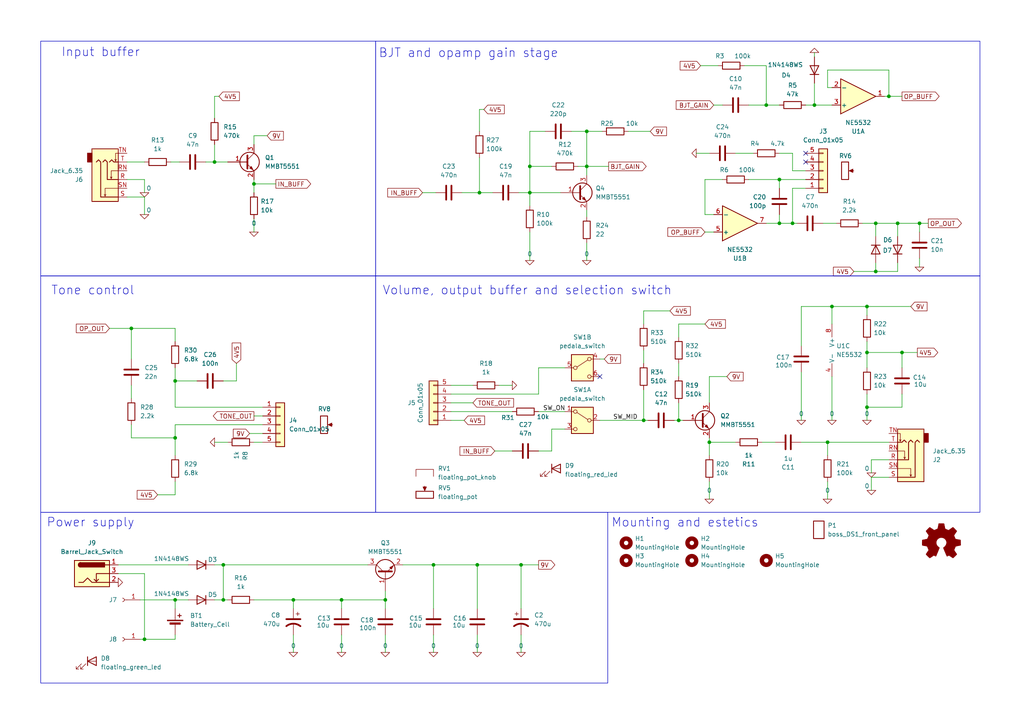
<source format=kicad_sch>
(kicad_sch (version 20250114) (generator "eeschema") (generator_version "9.0")
  (paper "A4")
  (rectangle (start 108.966 11.938) (end 284.226 80.01))
  (rectangle (start 11.811 80.01) (end 108.966 148.59))
  (rectangle (start 108.966 80.01) (end 284.226 148.59))
  (rectangle (start 11.811 11.938) (end 108.966 80.01))
  (rectangle (start 11.811 148.59) (end 176.276 198.12))
  (text "Input buffer" (at 29.21 15.24 0) (effects (font (size 2.54 2.54))))
  (text "Mounting and estetics" (at 177.292 153.162 0) (effects (font (size 2.54 2.54)) (justify left bottom)))
  (text "Tone control" (at 26.924 84.328 0) (effects (font (size 2.54 2.54))))
  (text "BJT and opamp gain stage" (at 135.89 15.494 0) (effects (font (size 2.54 2.54))))
  (text "Volume, output buffer and selection switch" (at 152.908 84.328 0) (effects (font (size 2.54 2.54))))
  (text "Power supply" (at 13.462 151.638 0) (effects (font (size 2.54 2.54)) (justify left)))
  (junction (at 64.77 173.99))
  (junction (at 251.46 102.235))
  (junction (at 257.81 27.94))
  (junction (at 41.91 185.42))
  (junction (at 251.46 88.9))
  (junction (at 99.06 173.99))
  (junction (at 73.66 53.34))
  (junction (at 38.1 95.25))
  (junction (at 260.35 64.77))
  (junction (at 64.77 163.83))
  (junction (at 153.67 48.26))
  (junction (at 205.74 128.27))
  (junction (at 251.46 118.11))
  (junction (at 222.25 30.48))
  (junction (at 111.76 173.99))
  (junction (at 62.23 46.99))
  (junction (at 241.3 88.9))
  (junction (at 85.09 173.99))
  (junction (at 170.18 38.1))
  (junction (at 229.87 64.77))
  (junction (at 153.67 55.88))
  (junction (at 254 64.77))
  (junction (at 186.69 121.92))
  (junction (at 151.13 163.83))
  (junction (at 196.85 121.92))
  (junction (at 236.22 30.48))
  (junction (at 240.03 128.27))
  (junction (at 226.06 64.77))
  (junction (at 50.8 110.49))
  (junction (at 261.62 102.235))
  (junction (at 50.8 173.99))
  (junction (at 266.7 64.77))
  (junction (at 138.43 163.83))
  (junction (at 170.18 48.26))
  (junction (at 125.73 163.83))
  (junction (at 50.8 127))
  (junction (at 139.065 55.88))
  (junction (at 226.06 52.07))
  (junction (at 254 78.74))
  (no_connect (at 173.99 109.22))
  (no_connect (at 233.68 44.45))
  (no_connect (at 233.68 46.99))
  (wire (pts (xy 139.065 38.1) (xy 139.065 31.75)))
  (wire (pts (xy 73.66 39.37) (xy 73.66 41.91)))
  (wire (pts (xy 64.77 163.83) (xy 106.68 163.83)))
  (wire (pts (xy 111.76 171.45) (xy 111.76 173.99)))
  (wire (pts (xy 186.69 121.92) (xy 187.96 121.92)))
  (wire (pts (xy 196.85 116.84) (xy 196.85 121.92)))
  (wire (pts (xy 233.68 54.61) (xy 229.87 54.61)))
  (wire (pts (xy 160.02 124.46) (xy 163.83 124.46)))
  (wire (pts (xy 41.91 57.15) (xy 36.83 57.15)))
  (wire (pts (xy 64.77 110.49) (xy 68.58 110.49)))
  (wire (pts (xy 130.81 111.76) (xy 137.16 111.76)))
  (wire (pts (xy 186.69 93.98) (xy 186.69 90.17)))
  (wire (pts (xy 261.62 102.235) (xy 261.62 106.68)))
  (wire (pts (xy 62.23 34.29) (xy 62.23 27.94)))
  (wire (pts (xy 40.64 173.99) (xy 50.8 173.99)))
  (wire (pts (xy 138.43 184.15) (xy 138.43 189.23)))
  (wire (pts (xy 34.29 166.37) (xy 41.91 166.37)))
  (wire (pts (xy 238.76 64.77) (xy 242.57 64.77)))
  (wire (pts (xy 62.23 41.91) (xy 62.23 46.99)))
  (wire (pts (xy 232.41 128.27) (xy 240.03 128.27)))
  (wire (pts (xy 250.19 64.77) (xy 254 64.77)))
  (wire (pts (xy 143.51 130.81) (xy 148.59 130.81)))
  (wire (pts (xy 57.15 110.49) (xy 50.8 110.49)))
  (wire (pts (xy 170.18 70.485) (xy 170.18 75.565)))
  (wire (pts (xy 251.46 88.9) (xy 241.3 88.9)))
  (wire (pts (xy 266.7 74.93) (xy 266.7 77.47)))
  (wire (pts (xy 240.03 128.27) (xy 240.03 132.08)))
  (wire (pts (xy 196.85 93.98) (xy 204.47 93.98)))
  (wire (pts (xy 156.21 106.68) (xy 156.21 114.3)))
  (wire (pts (xy 213.36 44.45) (xy 218.44 44.45)))
  (wire (pts (xy 133.985 55.88) (xy 139.065 55.88)))
  (wire (pts (xy 232.41 100.33) (xy 232.41 88.9)))
  (wire (pts (xy 260.35 64.77) (xy 260.35 68.58)))
  (wire (pts (xy 254 64.77) (xy 254 68.58)))
  (wire (pts (xy 38.1 111.76) (xy 38.1 115.57)))
  (wire (pts (xy 125.73 184.15) (xy 125.73 189.23)))
  (wire (pts (xy 76.2 123.19) (xy 50.8 123.19)))
  (wire (pts (xy 222.25 19.05) (xy 222.25 30.48)))
  (wire (pts (xy 50.8 139.7) (xy 50.8 143.51)))
  (wire (pts (xy 153.67 48.26) (xy 160.02 48.26)))
  (wire (pts (xy 205.74 109.22) (xy 210.82 109.22)))
  (wire (pts (xy 240.03 128.27) (xy 257.81 128.27)))
  (wire (pts (xy 85.09 184.15) (xy 85.09 189.23)))
  (wire (pts (xy 205.74 109.22) (xy 205.74 116.84)))
  (wire (pts (xy 41.91 52.07) (xy 41.91 55.88)))
  (wire (pts (xy 138.43 163.83) (xy 125.73 163.83)))
  (wire (pts (xy 257.81 27.94) (xy 261.62 27.94)))
  (wire (pts (xy 205.74 128.27) (xy 205.74 127)))
  (wire (pts (xy 156.21 106.68) (xy 163.83 106.68)))
  (wire (pts (xy 256.54 27.94) (xy 257.81 27.94)))
  (wire (pts (xy 196.85 109.22) (xy 196.85 105.41)))
  (wire (pts (xy 173.99 121.92) (xy 186.69 121.92)))
  (wire (pts (xy 170.18 60.96) (xy 170.18 62.865)))
  (wire (pts (xy 204.47 67.31) (xy 207.01 67.31)))
  (wire (pts (xy 251.46 99.06) (xy 251.46 102.235)))
  (wire (pts (xy 226.06 54.61) (xy 226.06 52.07)))
  (wire (pts (xy 49.53 46.99) (xy 52.07 46.99)))
  (wire (pts (xy 241.3 109.22) (xy 241.3 121.92)))
  (wire (pts (xy 85.09 173.99) (xy 99.06 173.99)))
  (wire (pts (xy 167.64 48.26) (xy 170.18 48.26)))
  (wire (pts (xy 205.74 128.27) (xy 213.36 128.27)))
  (wire (pts (xy 153.67 55.88) (xy 162.56 55.88)))
  (wire (pts (xy 261.62 102.235) (xy 266.065 102.235)))
  (wire (pts (xy 240.03 139.7) (xy 240.03 144.78)))
  (wire (pts (xy 165.735 38.1) (xy 170.18 38.1)))
  (wire (pts (xy 153.67 59.69) (xy 153.67 55.88)))
  (wire (pts (xy 196.85 121.92) (xy 198.12 121.92)))
  (wire (pts (xy 257.81 133.35) (xy 252.73 133.35)))
  (wire (pts (xy 195.58 121.92) (xy 196.85 121.92)))
  (wire (pts (xy 232.41 107.95) (xy 232.41 121.92)))
  (wire (pts (xy 36.83 46.99) (xy 41.91 46.99)))
  (wire (pts (xy 99.06 184.15) (xy 99.06 189.23)))
  (wire (pts (xy 226.06 64.77) (xy 229.87 64.77)))
  (wire (pts (xy 41.91 185.42) (xy 50.8 185.42)))
  (wire (pts (xy 76.2 118.11) (xy 50.8 118.11)))
  (wire (pts (xy 99.06 173.99) (xy 99.06 176.53)))
  (wire (pts (xy 50.8 127) (xy 50.8 132.08)))
  (wire (pts (xy 111.76 176.53) (xy 111.76 173.99)))
  (wire (pts (xy 116.84 163.83) (xy 125.73 163.83)))
  (wire (pts (xy 41.91 62.23) (xy 41.91 57.15)))
  (wire (pts (xy 153.67 38.1) (xy 153.67 48.26)))
  (wire (pts (xy 36.83 52.07) (xy 41.91 52.07)))
  (wire (pts (xy 233.68 52.07) (xy 226.06 52.07)))
  (wire (pts (xy 260.35 76.2) (xy 260.35 78.74)))
  (wire (pts (xy 232.41 88.9) (xy 241.3 88.9)))
  (wire (pts (xy 217.17 52.07) (xy 226.06 52.07)))
  (wire (pts (xy 229.87 64.77) (xy 231.14 64.77)))
  (wire (pts (xy 257.81 20.32) (xy 257.81 27.94)))
  (wire (pts (xy 139.065 55.88) (xy 142.875 55.88)))
  (wire (pts (xy 153.67 67.31) (xy 153.67 75.565)))
  (wire (pts (xy 64.77 163.83) (xy 64.77 173.99)))
  (wire (pts (xy 204.47 52.07) (xy 204.47 62.23)))
  (wire (pts (xy 50.8 176.53) (xy 50.8 173.99)))
  (wire (pts (xy 186.69 105.41) (xy 186.69 101.6)))
  (wire (pts (xy 217.17 30.48) (xy 222.25 30.48)))
  (wire (pts (xy 59.69 46.99) (xy 62.23 46.99)))
  (wire (pts (xy 31.75 95.25) (xy 38.1 95.25)))
  (wire (pts (xy 50.8 143.51) (xy 45.72 143.51)))
  (wire (pts (xy 156.21 163.83) (xy 151.13 163.83)))
  (wire (pts (xy 139.065 45.72) (xy 139.065 55.88)))
  (wire (pts (xy 50.8 118.11) (xy 50.8 110.49)))
  (wire (pts (xy 156.21 130.81) (xy 160.02 130.81)))
  (wire (pts (xy 226.06 64.77) (xy 226.06 62.23)))
  (wire (pts (xy 208.28 19.05) (xy 203.2 19.05)))
  (wire (pts (xy 257.81 138.43) (xy 252.73 138.43)))
  (wire (pts (xy 50.8 99.06) (xy 50.8 95.25)))
  (wire (pts (xy 170.18 48.26) (xy 170.18 50.8)))
  (wire (pts (xy 62.23 46.99) (xy 66.04 46.99)))
  (wire (pts (xy 122.555 55.88) (xy 126.365 55.88)))
  (wire (pts (xy 73.66 53.34) (xy 73.66 52.07)))
  (wire (pts (xy 130.81 116.84) (xy 137.16 116.84)))
  (wire (pts (xy 50.8 123.19) (xy 50.8 127)))
  (wire (pts (xy 188.595 38.1) (xy 182.245 38.1)))
  (wire (pts (xy 73.66 120.65) (xy 76.2 120.65)))
  (wire (pts (xy 138.43 163.83) (xy 138.43 176.53)))
  (wire (pts (xy 139.065 31.75) (xy 140.335 31.75)))
  (wire (pts (xy 156.21 119.38) (xy 163.83 119.38)))
  (wire (pts (xy 130.81 121.92) (xy 134.62 121.92)))
  (wire (pts (xy 205.74 128.27) (xy 205.74 132.08)))
  (wire (pts (xy 66.04 128.27) (xy 62.23 128.27)))
  (wire (pts (xy 204.47 62.23) (xy 207.01 62.23)))
  (wire (pts (xy 233.68 30.48) (xy 236.22 30.48)))
  (wire (pts (xy 251.46 118.11) (xy 251.46 121.92)))
  (wire (pts (xy 73.66 53.34) (xy 80.01 53.34)))
  (wire (pts (xy 261.62 118.11) (xy 251.46 118.11)))
  (wire (pts (xy 251.46 91.44) (xy 251.46 88.9)))
  (wire (pts (xy 236.22 24.13) (xy 236.22 30.48)))
  (wire (pts (xy 251.46 114.3) (xy 251.46 118.11)))
  (wire (pts (xy 73.66 39.37) (xy 77.47 39.37)))
  (wire (pts (xy 186.69 90.17) (xy 194.31 90.17)))
  (wire (pts (xy 240.03 20.32) (xy 240.03 25.4)))
  (wire (pts (xy 130.81 119.38) (xy 148.59 119.38)))
  (wire (pts (xy 229.87 44.45) (xy 226.06 44.45)))
  (wire (pts (xy 252.73 133.35) (xy 252.73 137.16)))
  (wire (pts (xy 62.23 163.83) (xy 64.77 163.83)))
  (wire (pts (xy 186.69 113.03) (xy 186.69 121.92)))
  (wire (pts (xy 241.3 93.98) (xy 241.3 88.9)))
  (wire (pts (xy 236.22 16.51) (xy 236.22 15.24)))
  (wire (pts (xy 99.06 173.99) (xy 111.76 173.99)))
  (wire (pts (xy 222.25 64.77) (xy 226.06 64.77)))
  (wire (pts (xy 85.09 173.99) (xy 85.09 176.53)))
  (wire (pts (xy 254 64.77) (xy 260.35 64.77)))
  (wire (pts (xy 174.625 38.1) (xy 170.18 38.1)))
  (wire (pts (xy 254 76.2) (xy 254 78.74)))
  (wire (pts (xy 111.76 184.15) (xy 111.76 189.23)))
  (wire (pts (xy 153.67 48.26) (xy 153.67 55.88)))
  (wire (pts (xy 156.21 114.3) (xy 130.81 114.3)))
  (wire (pts (xy 236.22 30.48) (xy 241.3 30.48)))
  (wire (pts (xy 170.18 48.26) (xy 176.53 48.26)))
  (wire (pts (xy 50.8 110.49) (xy 50.8 106.68)))
  (wire (pts (xy 38.1 123.19) (xy 38.1 127)))
  (wire (pts (xy 62.23 173.99) (xy 64.77 173.99)))
  (wire (pts (xy 240.03 20.32) (xy 257.81 20.32)))
  (wire (pts (xy 153.67 38.1) (xy 158.115 38.1)))
  (wire (pts (xy 224.79 128.27) (xy 220.98 128.27)))
  (wire (pts (xy 68.58 110.49) (xy 68.58 105.41)))
  (wire (pts (xy 222.25 30.48) (xy 226.06 30.48)))
  (wire (pts (xy 205.74 139.7) (xy 205.74 144.78)))
  (wire (pts (xy 73.66 63.5) (xy 73.66 67.31)))
  (wire (pts (xy 229.87 49.53) (xy 233.68 49.53)))
  (wire (pts (xy 34.29 163.83) (xy 54.61 163.83)))
  (wire (pts (xy 241.3 25.4) (xy 240.03 25.4)))
  (wire (pts (xy 205.74 44.45) (xy 201.93 44.45)))
  (wire (pts (xy 151.13 184.15) (xy 151.13 189.23)))
  (wire (pts (xy 151.13 163.83) (xy 138.43 163.83)))
  (wire (pts (xy 50.8 95.25) (xy 38.1 95.25)))
  (wire (pts (xy 73.66 173.99) (xy 85.09 173.99)))
  (wire (pts (xy 252.73 138.43) (xy 252.73 142.24)))
  (wire (pts (xy 229.87 54.61) (xy 229.87 64.77)))
  (wire (pts (xy 266.7 64.77) (xy 269.24 64.77)))
  (wire (pts (xy 50.8 184.15) (xy 50.8 185.42)))
  (wire (pts (xy 247.65 78.74) (xy 254 78.74)))
  (wire (pts (xy 72.39 125.73) (xy 76.2 125.73)))
  (wire (pts (xy 40.64 185.42) (xy 41.91 185.42)))
  (wire (pts (xy 251.46 102.235) (xy 251.46 106.68)))
  (wire (pts (xy 261.62 102.235) (xy 251.46 102.235)))
  (wire (pts (xy 151.13 163.83) (xy 151.13 176.53)))
  (wire (pts (xy 38.1 127) (xy 50.8 127)))
  (wire (pts (xy 264.16 88.9) (xy 251.46 88.9)))
  (wire (pts (xy 125.73 163.83) (xy 125.73 176.53)))
  (wire (pts (xy 204.47 52.07) (xy 209.55 52.07)))
  (wire (pts (xy 41.91 166.37) (xy 41.91 185.42)))
  (wire (pts (xy 229.87 49.53) (xy 229.87 44.45)))
  (wire (pts (xy 76.2 128.27) (xy 73.66 128.27)))
  (wire (pts (xy 160.02 130.81) (xy 160.02 124.46)))
  (wire (pts (xy 144.78 111.76) (xy 148.59 111.76)))
  (wire (pts (xy 170.18 38.1) (xy 170.18 48.26)))
  (wire (pts (xy 207.01 30.48) (xy 209.55 30.48)))
  (wire (pts (xy 50.8 173.99) (xy 54.61 173.99)))
  (wire (pts (xy 62.23 27.94) (xy 63.5 27.94)))
  (wire (pts (xy 175.26 104.14) (xy 173.99 104.14)))
  (wire (pts (xy 266.7 67.31) (xy 266.7 64.77)))
  (wire (pts (xy 196.85 97.79) (xy 196.85 93.98)))
  (wire (pts (xy 38.1 95.25) (xy 38.1 104.14)))
  (wire (pts (xy 261.62 114.3) (xy 261.62 118.11)))
  (wire (pts (xy 254 78.74) (xy 260.35 78.74)))
  (wire (pts (xy 260.35 64.77) (xy 266.7 64.77)))
  (wire (pts (xy 73.66 53.34) (xy 73.66 55.88)))
  (wire (pts (xy 215.9 19.05) (xy 222.25 19.05)))
  (wire (pts (xy 150.495 55.88) (xy 153.67 55.88)))
  (wire (pts (xy 66.04 173.99) (xy 64.77 173.99)))
  (label "SW_MID" (at 177.8 121.92 0))
  (label "SW_ON" (at 157.48 119.38 0))
  (global_label "OP_BUFF" (shape output) (at 261.62 27.94 0) (property "Intersheetrefs" "${INTERSHEET_REFS}" (effects (hide yes))))
  (global_label "9V" (shape input) (at 264.16 88.9 0) (property "Intersheetrefs" "${INTERSHEET_REFS}" (effects (hide yes))))
  (global_label "OP_OUT" (shape input) (at 31.75 95.25 180) (property "Intersheetrefs" "${INTERSHEET_REFS}" (effects (hide yes))))
  (global_label "4V5" (shape input) (at 134.62 121.92 0) (property "Intersheetrefs" "${INTERSHEET_REFS}" (effects (hide yes))))
  (global_label "9V" (shape input) (at 77.47 39.37 0) (property "Intersheetrefs" "${INTERSHEET_REFS}" (effects (hide yes))))
  (global_label "BJT_GAIN" (shape input) (at 207.01 30.48 180) (property "Intersheetrefs" "${INTERSHEET_REFS}" (effects (hide yes))))
  (global_label "4V5" (shape input) (at 204.47 93.98 0) (property "Intersheetrefs" "${INTERSHEET_REFS}" (effects (hide yes))))
  (global_label "TONE_OUT" (shape input) (at 137.16 116.84 0) (property "Intersheetrefs" "${INTERSHEET_REFS}" (effects (hide yes))))
  (global_label "9V" (shape input) (at 72.39 125.73 180) (property "Intersheetrefs" "${INTERSHEET_REFS}" (effects (hide yes))))
  (global_label "IN_BUFF" (shape input) (at 122.555 55.88 180) (property "Intersheetrefs" "${INTERSHEET_REFS}" (effects (hide yes))))
  (global_label "9V" (shape input) (at 210.82 109.22 0) (property "Intersheetrefs" "${INTERSHEET_REFS}" (effects (hide yes))))
  (global_label "IN_BUFF" (shape input) (at 143.51 130.81 180) (property "Intersheetrefs" "${INTERSHEET_REFS}" (effects (hide yes))))
  (global_label "4V5" (shape input) (at 194.31 90.17 0) (property "Intersheetrefs" "${INTERSHEET_REFS}" (effects (hide yes))))
  (global_label "4V5" (shape input) (at 247.65 78.74 180) (property "Intersheetrefs" "${INTERSHEET_REFS}" (effects (hide yes))))
  (global_label "4V5" (shape input) (at 140.335 31.75 0) (property "Intersheetrefs" "${INTERSHEET_REFS}" (effects (hide yes))))
  (global_label "4V5" (shape output) (at 266.065 102.235 0) (property "Intersheetrefs" "${INTERSHEET_REFS}" (effects (hide yes))))
  (global_label "4V5" (shape input) (at 63.5 27.94 0) (property "Intersheetrefs" "${INTERSHEET_REFS}" (effects (hide yes))))
  (global_label "9V" (shape input) (at 188.595 38.1 0) (property "Intersheetrefs" "${INTERSHEET_REFS}" (effects (hide yes))))
  (global_label "9V" (shape input) (at 175.26 104.14 0) (property "Intersheetrefs" "${INTERSHEET_REFS}" (effects (hide yes))))
  (global_label "TONE_OUT" (shape output) (at 73.66 120.65 180) (property "Intersheetrefs" "${INTERSHEET_REFS}" (effects (hide yes))))
  (global_label "4V5" (shape input) (at 68.58 105.41 90) (property "Intersheetrefs" "${INTERSHEET_REFS}" (effects (hide yes))))
  (global_label "OP_BUFF" (shape input) (at 204.47 67.31 180) (property "Intersheetrefs" "${INTERSHEET_REFS}" (effects (hide yes))))
  (global_label "BJT_GAIN" (shape output) (at 176.53 48.26 0) (property "Intersheetrefs" "${INTERSHEET_REFS}" (effects (hide yes))))
  (global_label "OP_OUT" (shape output) (at 269.24 64.77 0) (property "Intersheetrefs" "${INTERSHEET_REFS}" (effects (hide yes))))
  (global_label "IN_BUFF" (shape output) (at 80.01 53.34 0) (property "Intersheetrefs" "${INTERSHEET_REFS}" (effects (hide yes))))
  (global_label "4V5" (shape input) (at 203.2 19.05 180) (property "Intersheetrefs" "${INTERSHEET_REFS}" (effects (hide yes))))
  (global_label "4V5" (shape input) (at 45.72 143.51 180) (property "Intersheetrefs" "${INTERSHEET_REFS}" (effects (hide yes))))
  (global_label "9V" (shape output) (at 156.21 163.83 0) (property "Intersheetrefs" "${INTERSHEET_REFS}" (effects (hide yes))))
  (symbol (lib_id "Device:R") (at 69.85 173.99 270) (unit 1)
    (property "Reference" "R16" (at 69.85 167.64 90))
    (property "Value" "1k" (at 69.85 170.18 90))
    (property "Footprint" "Resistor_SMD:R_0603_1608Metric_Pad0.98x0.95mm_HandSolder" (effects (hide yes)))
    (property "LCSC" "C21190" (effects (hide yes)))
  )
  (symbol (lib_id "Connector_Generic:Conn_01x05") (at 81.28 123.19 0) (unit 1)
    (property "Reference" "J4" (at 83.82 121.9199 0) (effects (justify left)))
    (property "Value" "Conn_01x05" (at 83.82 124.4599 0) (effects (justify left)))
    (property "Footprint" "Connector_JST:JST_EH_B5B-EH-A_1x05_P2.50mm_Vertical" (effects (hide yes)))
    (property "Description" "Generic connector, single row, 01x05, script generated (kicad-library-utils/schlib/autogen/connector/)" (effects (hide yes)))
  )
  (symbol (lib_id "pedale:floating_pot_knob") (at 123.19 137.16 270) (unit 1)
    (property "Reference" "RV1" (at 127 135.8899 90) (effects (justify left)))
    (property "Value" "floating_pot_knob" (at 127 138.4299 90) (effects (justify left)))
    (property "Footprint" "pedale:floating_pot_knob" (effects (hide yes)))
    (property "Description" "Potentiometer" (effects (hide yes)))
  )
  (symbol (lib_id "Mechanical:MountingHole") (at 181.61 162.56 0) (unit 1)
    (property "Reference" "H3" (at 184.15 161.29 0) (effects (justify left)))
    (property "Value" "MountingHole" (at 184.15 163.83 0) (effects (justify left)))
    (property "Footprint" "pedale:M3_hole_with_spacer" (effects (hide yes)))
  )
  (symbol (lib_id "Diode:1N4148WS") (at 58.42 173.99 180) (unit 1)
    (property "Reference" "D5" (at 62.992 172.466 0) (effects (justify left)))
    (property "Value" "1N4148WS" (at 54.864 172.212 0) (effects (justify left)))
    (property "Footprint" "Diode_SMD:D_SOD-323" (effects (hide yes)))
    (property "Datasheet" "https://www.vishay.com/docs/85751/1n4148ws.pdf" (effects (hide yes)))
    (property "Sim.Device" "D" (effects (hide yes)))
    (property "Sim.Pins" "1=K 2=A" (effects (hide yes)))
    (property "Sim.Library" "/home/ostoja/spice_models/diode/1N4148.lib" (effects (hide yes)))
    (property "Sim.Name" "1N4148" (effects (hide yes)))
    (property "LCSC" "C2128" (effects (hide yes)))
  )
  (symbol (lib_id "Device:C") (at 266.7 71.12 180) (unit 1)
    (property "Reference" "C21" (at 269.875 69.85 0) (effects (justify right)))
    (property "Value" "10n" (at 269.875 72.39 0) (effects (justify right)))
    (property "Footprint" "Capacitor_SMD:C_0603_1608Metric_Pad1.08x0.95mm_HandSolder" (effects (hide yes)))
    (property "LCSC" "C57112" (effects (hide yes)))
  )
  (symbol (lib_id "Device:C") (at 60.96 110.49 90) (unit 1)
    (property "Reference" "C26" (at 60.96 102.87 90))
    (property "Value" "100n" (at 60.96 105.41 90))
    (property "Footprint" "Capacitor_SMD:C_0603_1608Metric_Pad1.08x0.95mm_HandSolder" (effects (hide yes)))
    (property "LCSC" "C14663" (effects (hide yes)))
  )
  (symbol (lib_id "Simulation_SPICE:0") (at 111.76 189.23 0) (unit 1)
    (property "Reference" "#GND024" (effects (hide yes)))
    (property "Value" "0" (at 111.76 187.325 0))
  )
  (symbol (lib_id "Diode:1N4148WS") (at 254 72.39 90) (mirror x) (unit 1)
    (property "Reference" "D6" (at 258.826 69.596 90) (effects (justify left)))
    (property "Value" "1N4148WS" (effects (hide yes)))
    (property "Footprint" "Diode_SMD:D_SOD-323" (effects (hide yes)))
    (property "Datasheet" "https://www.vishay.com/docs/85751/1n4148ws.pdf" (effects (hide yes)))
    (property "Sim.Device" "D" (effects (hide yes)))
    (property "Sim.Pins" "1=K 2=A" (effects (hide yes)))
    (property "Sim.Library" "/home/ostoja/spice_models/diode/1N4148.lib" (effects (hide yes)))
    (property "Sim.Name" "1N4148" (effects (hide yes)))
    (property "LCSC" "C2128" (effects (hide yes)))
  )
  (symbol (lib_id "Connector:Barrel_Jack_Switch") (at 26.67 166.37 0) (unit 1)
    (property "Reference" "J9" (at 26.67 157.48 0))
    (property "Value" "Barrel_Jack_Switch" (at 26.67 160.02 0))
    (property "Footprint" "pedale:BarrelJack" (effects (hide yes)))
    (property "Description" "DC Barrel Jack with an internal switch" (effects (hide yes)))
  )
  (symbol (lib_id "pedale:pedala_switch") (at 168.91 106.68 0) (unit 2)
    (property "Reference" "SW1" (at 168.91 97.79 0))
    (property "Value" "pedala_switch" (at 168.91 100.33 0))
    (property "Footprint" "pedale:foot_switch_tht_and_floating" (effects (hide yes)))
    (property "Description" "Switch, dual pole double throw, separate symbols" (effects (hide yes)))
  )
  (symbol (lib_id "Transistor_BJT:BC817") (at 111.76 166.37 90) (unit 1)
    (property "Reference" "Q3" (at 111.76 157.48 90))
    (property "Value" "MMBT5551" (at 111.76 160.02 90))
    (property "Footprint" "Package_TO_SOT_SMD:SOT-23" (effects (hide yes)))
    (property "Datasheet" "https://www.onsemi.com/pub/Collateral/BC818-D.pdf" (effects (hide yes)))
    (property "Sim.Library" "/home/ostoja/spice_models/bjts/BC817-40.lib" (effects (hide yes)))
    (property "Sim.Name" "BC817-40" (effects (hide yes)))
    (property "Sim.Device" "NPN" (effects (hide yes)))
    (property "Sim.Type" "GUMMELPOON" (effects (hide yes)))
    (property "Sim.Pins" "1=B 2=E 3=C" (effects (hide yes)))
    (property "Sim.Params" "is=62860a isc=187700a" (effects (hide yes)))
    (property "LCSC" "C2145" (effects (hide yes)))
  )
  (symbol (lib_id "Device:R") (at 240.03 135.89 0) (unit 1)
    (property "Reference" "R21" (at 242.57 134.6199 0) (effects (justify left)))
    (property "Value" "100k" (at 242.57 137.1599 0) (effects (justify left)))
    (property "Footprint" "Resistor_SMD:R_0603_1608Metric_Pad0.98x0.95mm_HandSolder" (effects (hide yes)))
    (property "LCSC" "C25803" (effects (hide yes)))
  )
  (symbol (lib_id "Simulation_SPICE:0") (at 232.41 121.92 0) (unit 1)
    (property "Reference" "#GND023" (effects (hide yes)))
    (property "Value" "0" (at 232.41 120.015 0))
  )
  (symbol (lib_id "Transistor_BJT:BC817") (at 203.2 121.92 0) (unit 1)
    (property "Reference" "Q2" (at 208.915 120.65 0) (effects (justify left)))
    (property "Value" "MMBT5551" (at 208.915 123.19 0) (effects (justify left)))
    (property "Footprint" "Package_TO_SOT_SMD:SOT-23" (effects (hide yes)))
    (property "Datasheet" "https://www.onsemi.com/pub/Collateral/BC818-D.pdf" (effects (hide yes)))
    (property "Sim.Library" "/home/ostoja/spice_models/bjts/BC817-40.lib" (effects (hide yes)))
    (property "Sim.Name" "BC817-40" (effects (hide yes)))
    (property "Sim.Device" "NPN" (effects (hide yes)))
    (property "Sim.Type" "GUMMELPOON" (effects (hide yes)))
    (property "Sim.Pins" "1=B 2=E 3=C" (effects (hide yes)))
    (property "Sim.Params" "is=62860a isc=187700a" (effects (hide yes)))
    (property "LCSC" "C2145" (effects (hide yes)))
  )
  (symbol (lib_id "pedale:floating_pot") (at 93.98 123.19 0) (unit 1)
    (property "Reference" "RV8" (at 92.202 118.618 0) (effects (justify left)))
    (property "Value" "floating_pot" (effects (hide yes)))
    (property "Footprint" "pedale:floating_pot" (effects (hide yes)))
    (property "Description" "Potentiometer" (effects (hide yes)))
  )
  (symbol (lib_id "Simulation_SPICE:0") (at 201.93 44.45 270) (unit 1)
    (property "Reference" "#GND028" (effects (hide yes)))
    (property "Value" "0" (effects (hide yes)))
  )
  (symbol (lib_id "pedale:floating_red_led") (at 161.29 135.89 0) (unit 1)
    (property "Reference" "D9" (at 163.83 135.0644 0) (effects (justify left)))
    (property "Value" "floating_red_led" (at 163.83 137.6044 0) (effects (justify left)))
    (property "Footprint" "pedale:floating_red_led" (effects (hide yes)))
    (property "Description" "Light emitting diode" (effects (hide yes)))
    (property "Sim.Pins" "1=K 2=A" (effects (hide yes)))
  )
  (symbol (lib_id "Simulation_SPICE:0") (at 236.22 15.24 0) (mirror x) (unit 1)
    (property "Reference" "#GND018" (effects (hide yes)))
    (property "Value" "0" (effects (hide yes)))
  )
  (symbol (lib_id "Device:R") (at 152.4 119.38 90) (mirror x) (unit 1)
    (property "Reference" "R31" (at 147.32 121.158 90))
    (property "Value" "10k" (at 157.48 120.904 90))
    (property "Footprint" "Resistor_SMD:R_0603_1608Metric_Pad0.98x0.95mm_HandSolder" (effects (hide yes)))
    (property "LCSC" "C25804" (effects (hide yes)))
  )
  (symbol (lib_id "Simulation_SPICE:0") (at 99.06 189.23 0) (unit 1)
    (property "Reference" "#GND05" (effects (hide yes)))
    (property "Value" "0" (at 99.06 187.325 0))
  )
  (symbol (lib_id "Device:C") (at 111.76 180.34 180) (unit 1)
    (property "Reference" "C18" (at 106.426 179.832 0))
    (property "Value" "100n" (at 106.68 182.118 0))
    (property "Footprint" "Capacitor_SMD:C_0603_1608Metric_Pad1.08x0.95mm_HandSolder" (effects (hide yes)))
    (property "LCSC" "C14663" (effects (hide yes)))
  )
  (symbol (lib_id "Transistor_BJT:BC817") (at 71.12 46.99 0) (unit 1)
    (property "Reference" "Q1" (at 76.835 45.72 0) (effects (justify left)))
    (property "Value" "MMBT5551" (at 76.835 48.26 0) (effects (justify left)))
    (property "Footprint" "Package_TO_SOT_SMD:SOT-23" (effects (hide yes)))
    (property "Datasheet" "https://www.onsemi.com/pub/Collateral/BC818-D.pdf" (effects (hide yes)))
    (property "Sim.Library" "/home/ostoja/spice_models/bjts/BC817-40.lib" (effects (hide yes)))
    (property "Sim.Name" "BC817-40" (effects (hide yes)))
    (property "Sim.Device" "NPN" (effects (hide yes)))
    (property "Sim.Type" "GUMMELPOON" (effects (hide yes)))
    (property "Sim.Pins" "1=B 2=E 3=C" (effects (hide yes)))
    (property "Sim.Params" "is=62860a isc=187700a" (effects (hide yes)))
    (property "LCSC" "C2145" (effects (hide yes)))
  )
  (symbol (lib_id "Device:C") (at 146.685 55.88 90) (unit 1)
    (property "Reference" "C19" (at 146.685 48.26 90))
    (property "Value" "47n" (at 146.685 50.8 90))
    (property "Footprint" "Capacitor_SMD:C_0603_1608Metric_Pad1.08x0.95mm_HandSolder" (effects (hide yes)))
    (property "LCSC" "C1622" (effects (hide yes)))
  )
  (symbol (lib_id "pedale:Jack_6.35") (at 262.89 133.35 180) (unit 1)
    (property "Reference" "J2" (at 270.51 133.3501 0) (effects (justify right)))
    (property "Value" "Jack_6.35" (at 270.51 130.8101 0) (effects (justify right)))
    (property "Footprint" "pedale:Jack_6.35mm" (effects (hide yes)))
    (property "Description" "Audio Jack, 3 Poles (Stereo / TRS), Switched Poles (Normalling)" (effects (hide yes)))
  )
  (symbol (lib_id "pedale:pedala_switch") (at 168.91 121.92 0) (mirror y) (unit 1)
    (property "Reference" "SW1" (at 168.91 113.03 0))
    (property "Value" "pedala_switch" (at 168.91 115.57 0))
    (property "Footprint" "pedale:foot_switch_tht_and_floating" (effects (hide yes)))
    (property "Description" "Switch, dual pole double throw, separate symbols" (effects (hide yes)))
  )
  (symbol (lib_id "Device:R") (at 50.8 135.89 0) (unit 1)
    (property "Reference" "R29" (at 53.34 134.6199 0) (effects (justify left)))
    (property "Value" "6.8k" (at 53.34 137.1599 0) (effects (justify left)))
    (property "Footprint" "Resistor_SMD:R_0603_1608Metric_Pad0.98x0.95mm_HandSolder" (effects (hide yes)))
    (property "LCSC" "C23212" (effects (hide yes)))
  )
  (symbol (lib_id "Device:C") (at 161.925 38.1 90) (unit 1)
    (property "Reference" "C22" (at 161.925 30.48 90))
    (property "Value" "220p" (at 161.925 33.02 90))
    (property "Footprint" "Capacitor_SMD:C_0603_1608Metric_Pad1.08x0.95mm_HandSolder" (effects (hide yes)))
    (property "LCSC" "C1603" (effects (hide yes)))
  )
  (symbol (lib_id "Simulation_SPICE:0") (at 252.73 142.24 0) (mirror y) (unit 1)
    (property "Reference" "#GND031" (effects (hide yes)))
    (property "Value" "0" (at 251.46 140.97 0))
  )
  (symbol (lib_id "Transistor_BJT:BC817") (at 167.64 55.88 0) (unit 1)
    (property "Reference" "Q4" (at 172.72 54.6099 0) (effects (justify left)))
    (property "Value" "MMBT5551" (at 172.72 57.1499 0) (effects (justify left)))
    (property "Footprint" "Package_TO_SOT_SMD:SOT-23" (effects (hide yes)))
    (property "Datasheet" "https://www.onsemi.com/pub/Collateral/BC818-D.pdf" (effects (hide yes)))
    (property "Sim.Library" "/home/ostoja/spice_models/bjts/BC817-40.lib" (effects (hide yes)))
    (property "Sim.Name" "BC817-40" (effects (hide yes)))
    (property "Sim.Device" "NPN" (effects (hide yes)))
    (property "Sim.Type" "GUMMELPOON" (effects (hide yes)))
    (property "Sim.Pins" "1=B 2=E 3=C" (effects (hide yes)))
    (property "Sim.Params" "is=62860a isc=187700a" (effects (hide yes)))
    (property "LCSC" "C2145" (effects (hide yes)))
  )
  (symbol (lib_id "Diode:1N4148WS") (at 260.35 72.39 270) (mirror x) (unit 1)
    (property "Reference" "D7" (at 256.032 72.644 90) (effects (justify left)))
    (property "Value" "1N4148WS" (effects (hide yes)))
    (property "Footprint" "Diode_SMD:D_SOD-323" (effects (hide yes)))
    (property "Datasheet" "https://www.vishay.com/docs/85751/1n4148ws.pdf" (effects (hide yes)))
    (property "Sim.Device" "D" (effects (hide yes)))
    (property "Sim.Pins" "1=K 2=A" (effects (hide yes)))
    (property "Sim.Library" "/home/ostoja/spice_models/diode/1N4148.lib" (effects (hide yes)))
    (property "Sim.Name" "1N4148" (effects (hide yes)))
    (property "LCSC" "C2128" (effects (hide yes)))
  )
  (symbol (lib_id "Device:C") (at 228.6 128.27 90) (mirror x) (unit 1)
    (property "Reference" "C11" (at 228.6 135.5259 90))
    (property "Value" "1u" (at 228.6 132.9859 90))
    (property "Footprint" "Capacitor_SMD:C_0603_1608Metric_Pad1.08x0.95mm_HandSolder" (effects (hide yes)))
    (property "LCSC" "C15849" (effects (hide yes)))
  )
  (symbol (lib_id "Simulation_SPICE:0") (at 34.29 168.91 90) (unit 1)
    (property "Reference" "#GND03" (effects (hide yes)))
    (property "Value" "0" (effects (hide yes)))
  )
  (symbol (lib_id "pedale:floating_green_led") (at 26.67 191.77 0) (unit 1)
    (property "Reference" "D8" (at 29.21 190.9444 0) (effects (justify left)))
    (property "Value" "floating_green_led" (at 29.21 193.4844 0) (effects (justify left)))
    (property "Footprint" "pedale:floating_green_led" (effects (hide yes)))
    (property "Description" "Light emitting diode" (effects (hide yes)))
    (property "Sim.Pins" "1=K 2=A" (effects (hide yes)))
  )
  (symbol (lib_id "Graphic:Logo_Open_Hardware_Small") (at 273.05 157.48 0) (unit 1)
    (property "Reference" "SIM1" (effects (hide yes)))
    (property "Value" "Logo_Open_Hardware_Small" (effects (hide yes)))
    (property "Footprint" "Symbol:OSHW-Logo2_7.3x6mm_SilkScreen" (effects (hide yes)))
    (property "Description" "Open Hardware logo, small" (effects (hide yes)))
  )
  (symbol (lib_id "Simulation_SPICE:0") (at 73.66 67.31 0) (unit 1)
    (property "Reference" "#GND08" (effects (hide yes)))
    (property "Value" "0" (at 73.66 64.77 0))
  )
  (symbol (lib_id "pedale:boss_DS1_front_panel") (at 237.49 153.67 0) (unit 1)
    (property "Reference" "P1" (at 240.03 152.3999 0) (effects (justify left)))
    (property "Value" "boss_DS1_front_panel" (at 240.03 154.9399 0) (effects (justify left)))
    (property "Footprint" "pedale:boss_DS1_front_plate" (effects (hide yes)))
    (property "Description" "Potentiometer" (effects (hide yes)))
  )
  (symbol (lib_id "Device:R") (at 217.17 128.27 270) (mirror x) (unit 1)
    (property "Reference" "R11" (at 217.17 134.62 90))
    (property "Value" "1k" (at 217.17 132.08 90))
    (property "Footprint" "Resistor_SMD:R_0603_1608Metric_Pad0.98x0.95mm_HandSolder" (effects (hide yes)))
    (property "LCSC" "C21190" (effects (hide yes)))
  )
  (symbol (lib_id "Device:R") (at 246.38 64.77 270) (unit 1)
    (property "Reference" "R14" (at 246.38 58.42 90))
    (property "Value" "2.2k" (at 246.38 60.96 90))
    (property "Footprint" "Resistor_SMD:R_0603_1608Metric_Pad0.98x0.95mm_HandSolder" (effects (hide yes)))
    (property "LCSC" "C4190" (effects (hide yes)))
  )
  (symbol (lib_id "pedale:floating_pot") (at 123.19 143.51 90) (unit 1)
    (property "Reference" "RV5" (at 127 141.5414 90) (effects (justify right)))
    (property "Value" "floating_pot" (at 127 144.0814 90) (effects (justify right)))
    (property "Footprint" "pedale:floating_pot" (effects (hide yes)))
    (property "Description" "Potentiometer" (effects (hide yes)))
  )
  (symbol (lib_id "Device:C") (at 213.36 30.48 90) (unit 1)
    (property "Reference" "C10" (at 213.36 22.86 90))
    (property "Value" "47n" (at 213.36 25.4 90))
    (property "Footprint" "Capacitor_SMD:C_0603_1608Metric_Pad1.08x0.95mm_HandSolder" (effects (hide yes)))
    (property "LCSC" "C1622" (effects (hide yes)))
  )
  (symbol (lib_id "Device:C") (at 130.175 55.88 90) (unit 1)
    (property "Reference" "C23" (at 130.175 48.26 90))
    (property "Value" "470n" (at 130.175 50.8 90))
    (property "Footprint" "Capacitor_SMD:C_0603_1608Metric_Pad1.08x0.95mm_HandSolder" (effects (hide yes)))
    (property "LCSC" "C1623" (effects (hide yes)))
  )
  (symbol (lib_id "Device:R") (at 205.74 135.89 0) (unit 1)
    (property "Reference" "R20" (at 207.645 134.62 0) (effects (justify left)))
    (property "Value" "10k" (at 207.645 137.16 0) (effects (justify left)))
    (property "Footprint" "Resistor_SMD:R_0603_1608Metric_Pad0.98x0.95mm_HandSolder" (effects (hide yes)))
    (property "LCSC" "C25804" (effects (hide yes)))
  )
  (symbol (lib_id "Connector:Conn_01x01_Socket") (at 35.56 185.42 180) (unit 1)
    (property "Reference" "J8" (at 32.766 185.42 0))
    (property "Value" "Conn_01x01_Socket" (effects (hide yes)))
    (property "Footprint" "TestPoint:TestPoint_THTPad_D2.5mm_Drill1.2mm" (effects (hide yes)))
    (property "Description" "Generic connector, single row, 01x01, script generated" (effects (hide yes)))
  )
  (symbol (lib_id "Device:R") (at 196.85 101.6 0) (unit 1)
    (property "Reference" "R32" (at 198.755 100.3299 0) (effects (justify left)))
    (property "Value" "510k" (at 198.755 102.8699 0) (effects (justify left)))
    (property "Footprint" "Resistor_SMD:R_0603_1608Metric_Pad0.98x0.95mm_HandSolder" (effects (hide yes)))
    (property "LCSC" "C23192" (effects (hide yes)))
  )
  (symbol (lib_id "Mechanical:MountingHole") (at 222.25 162.56 0) (unit 1)
    (property "Reference" "H5" (at 224.79 161.29 0) (effects (justify left)))
    (property "Value" "MountingHole" (at 224.79 163.83 0) (effects (justify left)))
    (property "Footprint" "pedale:M3_hole_with_spacer" (effects (hide yes)))
  )
  (symbol (lib_id "Device:C") (at 55.88 46.99 90) (unit 1)
    (property "Reference" "C9" (at 55.88 39.37 90))
    (property "Value" "47n" (at 55.88 41.91 90))
    (property "Footprint" "Capacitor_SMD:C_0603_1608Metric_Pad1.08x0.95mm_HandSolder" (effects (hide yes)))
    (property "LCSC" "C1622" (effects (hide yes)))
  )
  (symbol (lib_id "Device:R") (at 229.87 30.48 90) (unit 1)
    (property "Reference" "R5" (at 229.87 24.765 90))
    (property "Value" "47k" (at 229.87 27.305 90))
    (property "Footprint" "Resistor_SMD:R_0603_1608Metric_Pad0.98x0.95mm_HandSolder" (effects (hide yes)))
    (property "LCSC" "C25819" (effects (hide yes)))
  )
  (symbol (lib_id "Simulation_SPICE:0") (at 41.91 55.88 0) (unit 1)
    (property "Reference" "#GND025" (effects (hide yes)))
    (property "Value" "0" (at 43.18 54.61 0))
  )
  (symbol (lib_id "Device:R") (at 222.25 44.45 90) (unit 1)
    (property "Reference" "R4" (at 218.948 41.656 90))
    (property "Value" "4.7k" (at 225.552 41.656 90))
    (property "Footprint" "Resistor_SMD:R_0603_1608Metric_Pad0.98x0.95mm_HandSolder" (effects (hide yes)))
    (property "LCSC" "C23162" (effects (hide yes)))
  )
  (symbol (lib_id "Device:C") (at 99.06 180.34 0) (mirror y) (unit 1)
    (property "Reference" "C13" (at 93.98 179.324 0))
    (property "Value" "10u" (at 93.726 181.356 0))
    (property "Footprint" "Capacitor_SMD:C_0603_1608Metric_Pad1.08x0.95mm_HandSolder" (effects (hide yes)))
    (property "LCSC" "C96446" (effects (hide yes)))
  )
  (symbol (lib_id "Mechanical:MountingHole") (at 200.66 157.48 0) (unit 1)
    (property "Reference" "H2" (at 203.2 156.21 0) (effects (justify left)))
    (property "Value" "MountingHole" (at 203.2 158.75 0) (effects (justify left)))
    (property "Footprint" "pedale:M3_hole_with_spacer" (effects (hide yes)))
  )
  (symbol (lib_id "Device:C") (at 125.73 180.34 0) (mirror y) (unit 1)
    (property "Reference" "C15" (at 120.65 179.324 0))
    (property "Value" "10u" (at 120.396 181.356 0))
    (property "Footprint" "Capacitor_SMD:C_0603_1608Metric_Pad1.08x0.95mm_HandSolder" (effects (hide yes)))
    (property "LCSC" "C96446" (effects (hide yes)))
  )
  (symbol (lib_id "Device:R") (at 62.23 38.1 180) (unit 1)
    (property "Reference" "R15" (at 64.77 36.8299 0) (effects (justify right)))
    (property "Value" "470k" (at 64.77 39.3699 0) (effects (justify right)))
    (property "Footprint" "Resistor_SMD:R_0603_1608Metric_Pad0.98x0.95mm_HandSolder" (effects (hide yes)))
    (property "LCSC" "C23178" (effects (hide yes)))
  )
  (symbol (lib_id "Device:R") (at 186.69 109.22 0) (unit 1)
    (property "Reference" "R34" (at 188.595 107.9499 0) (effects (justify left)))
    (property "Value" "510k" (at 188.595 110.4899 0) (effects (justify left)))
    (property "Footprint" "Resistor_SMD:R_0603_1608Metric_Pad0.98x0.95mm_HandSolder" (effects (hide yes)))
    (property "LCSC" "C23192" (effects (hide yes)))
  )
  (symbol (lib_id "Simulation_SPICE:0") (at 151.13 189.23 0) (unit 1)
    (property "Reference" "#GND021" (effects (hide yes)))
    (property "Value" "0" (at 151.13 187.325 0))
  )
  (symbol (lib_id "Simulation_SPICE:0") (at 138.43 189.23 0) (unit 1)
    (property "Reference" "#GND020" (effects (hide yes)))
    (property "Value" "0" (at 138.43 187.325 0))
  )
  (symbol (lib_id "Diode:1N4148WS") (at 58.42 163.83 180) (unit 1)
    (property "Reference" "D3" (at 62.992 162.306 0) (effects (justify left)))
    (property "Value" "1N4148WS" (at 54.864 162.052 0) (effects (justify left)))
    (property "Footprint" "Diode_SMD:D_SOD-323" (effects (hide yes)))
    (property "Datasheet" "https://www.vishay.com/docs/85751/1n4148ws.pdf" (effects (hide yes)))
    (property "Sim.Device" "D" (effects (hide yes)))
    (property "Sim.Pins" "1=K 2=A" (effects (hide yes)))
    (property "Sim.Library" "/home/ostoja/spice_models/diode/1N4148.lib" (effects (hide yes)))
    (property "Sim.Name" "1N4148" (effects (hide yes)))
    (property "LCSC" "C2128" (effects (hide yes)))
  )
  (symbol (lib_id "Simulation_SPICE:0") (at 266.7 77.47 0) (unit 1)
    (property "Reference" "#GND010" (effects (hide yes)))
    (property "Value" "0" (effects (hide yes)))
  )
  (symbol (lib_id "Device:C") (at 234.95 64.77 90) (unit 1)
    (property "Reference" "C7" (at 234.95 57.15 90))
    (property "Value" "470n" (at 234.95 59.69 90))
    (property "Footprint" "Capacitor_SMD:C_0603_1608Metric_Pad1.08x0.95mm_HandSolder" (effects (hide yes)))
    (property "LCSC" "C1623" (effects (hide yes)))
  )
  (symbol (lib_id "Simulation_SPICE:0") (at 240.03 144.78 0) (unit 1)
    (property "Reference" "#GND014" (effects (hide yes)))
    (property "Value" "0" (at 240.03 142.24 0))
  )
  (symbol (lib_id "Device:R") (at 38.1 119.38 0) (unit 1)
    (property "Reference" "R28" (at 40.64 118.1099 0) (effects (justify left)))
    (property "Value" "2.2k" (at 40.64 120.6499 0) (effects (justify left)))
    (property "Footprint" "Resistor_SMD:R_0603_1608Metric_Pad0.98x0.95mm_HandSolder" (effects (hide yes)))
    (property "LCSC" "C4190" (effects (hide yes)))
  )
  (symbol (lib_id "Mechanical:MountingHole") (at 181.61 157.48 0) (unit 1)
    (property "Reference" "H1" (at 184.15 156.21 0) (effects (justify left)))
    (property "Value" "MountingHole" (at 184.15 158.75 0) (effects (justify left)))
    (property "Footprint" "pedale:M3_hole_with_spacer" (effects (hide yes)))
  )
  (symbol (lib_id "Simulation_SPICE:0") (at 153.67 75.565 0) (unit 1)
    (property "Reference" "#GND06" (effects (hide yes)))
    (property "Value" "0" (at 153.67 73.66 0))
  )
  (symbol (lib_id "Device:C") (at 138.43 180.34 0) (mirror y) (unit 1)
    (property "Reference" "C16" (at 133.35 179.324 0))
    (property "Value" "10u" (at 133.096 181.356 0))
    (property "Footprint" "Capacitor_SMD:C_0603_1608Metric_Pad1.08x0.95mm_HandSolder" (effects (hide yes)))
    (property "LCSC" "C96446" (effects (hide yes)))
  )
  (symbol (lib_id "Device:R") (at 213.36 52.07 90) (unit 1)
    (property "Reference" "R6" (at 210.058 49.276 90))
    (property "Value" "100k" (at 216.662 49.276 90))
    (property "Footprint" "Resistor_SMD:R_0603_1608Metric_Pad0.98x0.95mm_HandSolder" (effects (hide yes)))
    (property "LCSC" "C25803" (effects (hide yes)))
  )
  (symbol (lib_id "Simulation_SPICE:0") (at 85.09 189.23 0) (unit 1)
    (property "Reference" "#GND022" (effects (hide yes)))
    (property "Value" "0" (at 85.09 187.325 0))
  )
  (symbol (lib_id "Amplifier_Operational:NE5532") (at 243.84 101.6 0) (unit 3)
    (property "Reference" "U1" (at 242.57 100.3299 0) (effects (justify left)))
    (property "Value" "NE5532" (at 242.57 102.8699 0) (effects (justify left)))
    (property "Footprint" "Package_SO:SOIC-8_3.9x4.9mm_P1.27mm" (effects (hide yes)))
    (property "Datasheet" "http://www.ti.com/lit/ds/symlink/ne5532.pdf" (effects (hide yes)))
    (property "Description" "Dual Low-Noise Operational Amplifiers, DIP-8/SOIC-8" (effects (hide yes)))
    (property "LCSC" "C7426" (effects (hide yes)))
  )
  (symbol (lib_id "Device:R") (at 251.46 110.49 0) (unit 1)
    (property "Reference" "R23" (at 253.365 109.22 0) (effects (justify left)))
    (property "Value" "10k" (at 253.365 111.76 0) (effects (justify left)))
    (property "Footprint" "Resistor_SMD:R_0603_1608Metric_Pad0.98x0.95mm_HandSolder" (effects (hide yes)))
    (property "LCSC" "C25804" (effects (hide yes)))
  )
  (symbol (lib_id "Amplifier_Operational:NE5532") (at 214.63 64.77 0) (mirror x) (unit 2)
    (property "Reference" "U1" (at 214.63 74.93 0))
    (property "Value" "NE5532" (at 214.63 72.39 0))
    (property "Footprint" "Package_SO:SOIC-8_3.9x4.9mm_P1.27mm" (effects (hide yes)))
    (property "Datasheet" "http://www.ti.com/lit/ds/symlink/ne5532.pdf" (effects (hide yes)))
    (property "Description" "Dual Low-Noise Operational Amplifiers, DIP-8/SOIC-8" (effects (hide yes)))
    (property "LCSC" "C7426" (effects (hide yes)))
  )
  (symbol (lib_id "Device:C") (at 38.1 107.95 180) (unit 1)
    (property "Reference" "C25" (at 41.91 106.6799 0) (effects (justify right)))
    (property "Value" "22n" (at 41.91 109.2199 0) (effects (justify right)))
    (property "Footprint" "Capacitor_SMD:C_0603_1608Metric_Pad1.08x0.95mm_HandSolder" (effects (hide yes)))
    (property "LCSC" "C21122" (effects (hide yes)))
  )
  (symbol (lib_id "Simulation_SPICE:0") (at 62.23 128.27 270) (unit 1)
    (property "Reference" "#GND012" (effects (hide yes)))
    (property "Value" "0" (effects (hide yes)))
  )
  (symbol (lib_id "Device:R") (at 186.69 97.79 0) (unit 1)
    (property "Reference" "R33" (at 188.595 96.5199 0) (effects (justify left)))
    (property "Value" "510k" (at 188.595 99.0599 0) (effects (justify left)))
    (property "Footprint" "Resistor_SMD:R_0603_1608Metric_Pad0.98x0.95mm_HandSolder" (effects (hide yes)))
    (property "LCSC" "C23192" (effects (hide yes)))
  )
  (symbol (lib_id "Mechanical:MountingHole") (at 200.66 162.56 0) (unit 1)
    (property "Reference" "H4" (at 203.2 161.29 0) (effects (justify left)))
    (property "Value" "MountingHole" (at 203.2 163.83 0) (effects (justify left)))
    (property "Footprint" "pedale:M3_hole_with_spacer" (effects (hide yes)))
  )
  (symbol (lib_id "Device:C_Polarized_US") (at 85.09 180.34 0) (mirror y) (unit 1)
    (property "Reference" "C8" (at 81.28 178.4349 0) (effects (justify left)))
    (property "Value" "470u" (at 81.28 180.9749 0) (effects (justify left)))
    (property "Footprint" "Capacitor_THT:CP_Radial_D8.0mm_P3.50mm" (effects (hide yes)))
    (property "Description" "Polarized capacitor, US symbol" (effects (hide yes)))
  )
  (symbol (lib_id "pedale:Jack_6.35") (at 31.75 52.07 0) (mirror x) (unit 1)
    (property "Reference" "J6" (at 24.13 52.0701 0) (effects (justify right)))
    (property "Value" "Jack_6.35" (at 24.13 49.5301 0) (effects (justify right)))
    (property "Footprint" "pedale:Jack_6.35mm" (effects (hide yes)))
    (property "Description" "Audio Jack, 3 Poles (Stereo / TRS), Switched Poles (Normalling)" (effects (hide yes)))
  )
  (symbol (lib_id "Simulation_SPICE:0") (at 251.46 121.92 0) (unit 1)
    (property "Reference" "#GND017" (effects (hide yes)))
    (property "Value" "0" (at 251.46 120.015 0))
  )
  (symbol (lib_id "Device:R") (at 212.09 19.05 90) (unit 1)
    (property "Reference" "R3" (at 208.788 16.256 90))
    (property "Value" "100k" (at 215.392 16.256 90))
    (property "Footprint" "Resistor_SMD:R_0603_1608Metric_Pad0.98x0.95mm_HandSolder" (effects (hide yes)))
    (property "LCSC" "C25803" (effects (hide yes)))
  )
  (symbol (lib_id "Device:C") (at 232.41 104.14 180) (unit 1)
    (property "Reference" "C17" (at 227.076 103.632 0))
    (property "Value" "100n" (at 227.33 105.918 0))
    (property "Footprint" "Capacitor_SMD:C_0603_1608Metric_Pad1.08x0.95mm_HandSolder" (effects (hide yes)))
    (property "LCSC" "C14663" (effects (hide yes)))
  )
  (symbol (lib_id "Connector_Generic:Conn_01x05") (at 238.76 49.53 0) (mirror x) (unit 1)
    (property "Reference" "J3" (at 238.76 38.1 0))
    (property "Value" "Conn_01x05" (at 238.76 40.64 0))
    (property "Footprint" "Connector_JST:JST_EH_B5B-EH-A_1x05_P2.50mm_Vertical" (effects (hide yes)))
    (property "Description" "Generic connector, single row, 01x05, script generated (kicad-library-utils/schlib/autogen/connector/)" (effects (hide yes)))
  )
  (symbol (lib_id "Connector:Conn_01x01_Socket") (at 35.56 173.99 180) (unit 1)
    (property "Reference" "J7" (at 32.766 173.99 0))
    (property "Value" "Conn_01x01_Socket" (effects (hide yes)))
    (property "Footprint" "TestPoint:TestPoint_THTPad_D2.5mm_Drill1.2mm" (effects (hide yes)))
    (property "Description" "Generic connector, single row, 01x01, script generated" (effects (hide yes)))
  )
  (symbol (lib_id "Device:R") (at 139.065 41.91 0) (unit 1)
    (property "Reference" "R27" (at 140.97 40.64 0) (effects (justify left)))
    (property "Value" "100k" (at 140.97 43.18 0) (effects (justify left)))
    (property "Footprint" "Resistor_SMD:R_0603_1608Metric_Pad0.98x0.95mm_HandSolder" (effects (hide yes)))
    (property "LCSC" "C25803" (effects (hide yes)))
  )
  (symbol (lib_id "Simulation_SPICE:0") (at 170.18 75.565 0) (unit 1)
    (property "Reference" "#GND07" (effects (hide yes)))
    (property "Value" "0" (at 170.18 73.66 0))
  )
  (symbol (lib_id "Amplifier_Operational:NE5532") (at 248.92 27.94 0) (mirror x) (unit 1)
    (property "Reference" "U1" (at 248.92 38.1 0))
    (property "Value" "NE5532" (at 248.92 35.56 0))
    (property "Footprint" "Package_SO:SOIC-8_3.9x4.9mm_P1.27mm" (effects (hide yes)))
    (property "Datasheet" "http://www.ti.com/lit/ds/symlink/ne5532.pdf" (effects (hide yes)))
    (property "Description" "Dual Low-Noise Operational Amplifiers, DIP-8/SOIC-8" (effects (hide yes)))
    (property "LCSC" "C7426" (effects (hide yes)))
  )
  (symbol (lib_id "Device:C_Polarized_US") (at 151.13 180.34 0) (unit 1)
    (property "Reference" "C2" (at 154.94 178.4349 0) (effects (justify left)))
    (property "Value" "470u" (at 154.94 180.9749 0) (effects (justify left)))
    (property "Footprint" "Capacitor_THT:CP_Radial_D8.0mm_P3.50mm" (effects (hide yes)))
    (property "Description" "Polarized capacitor, US symbol" (effects (hide yes)))
  )
  (symbol (lib_id "Device:R") (at 153.67 63.5 0) (unit 1)
    (property "Reference" "R10" (at 155.575 62.23 0) (effects (justify left)))
    (property "Value" "100k" (at 155.575 64.77 0) (effects (justify left)))
    (property "Footprint" "Resistor_SMD:R_0603_1608Metric_Pad0.98x0.95mm_HandSolder" (effects (hide yes)))
    (property "LCSC" "C25803" (effects (hide yes)))
  )
  (symbol (lib_id "Simulation_SPICE:0") (at 241.3 121.92 0) (unit 1)
    (property "Reference" "#GND016" (effects (hide yes)))
    (property "Value" "0" (at 241.3 120.015 0))
  )
  (symbol (lib_id "Device:C") (at 209.55 44.45 90) (unit 1)
    (property "Reference" "C24" (at 209.55 36.83 90))
    (property "Value" "470n" (at 209.55 39.37 90))
    (property "Footprint" "Capacitor_SMD:C_0603_1608Metric_Pad1.08x0.95mm_HandSolder" (effects (hide yes)))
    (property "LCSC" "C1623" (effects (hide yes)))
  )
  (symbol (lib_id "Device:R") (at 196.85 113.03 0) (unit 1)
    (property "Reference" "R19" (at 198.755 111.7599 0) (effects (justify left)))
    (property "Value" "510k" (at 198.755 114.2999 0) (effects (justify left)))
    (property "Footprint" "Resistor_SMD:R_0603_1608Metric_Pad0.98x0.95mm_HandSolder" (effects (hide yes)))
    (property "LCSC" "C23192" (effects (hide yes)))
  )
  (symbol (lib_id "Simulation_SPICE:0") (at 125.73 189.23 0) (unit 1)
    (property "Reference" "#GND019" (effects (hide yes)))
    (property "Value" "0" (at 125.73 187.325 0))
  )
  (symbol (lib_id "Simulation_SPICE:0") (at 205.74 144.78 0) (unit 1)
    (property "Reference" "#GND013" (effects (hide yes)))
    (property "Value" "0" (at 205.74 142.24 0))
  )
  (symbol (lib_id "Simulation_SPICE:0") (at 252.73 137.16 0) (mirror y) (unit 1)
    (property "Reference" "#GND026" (effects (hide yes)))
    (property "Value" "0" (at 251.46 135.89 0))
  )
  (symbol (lib_id "Device:C") (at 152.4 130.81 90) (unit 1)
    (property "Reference" "C27" (at 152.4 123.19 90))
    (property "Value" "47n" (at 152.4 125.73 90))
    (property "Footprint" "Capacitor_SMD:C_0603_1608Metric_Pad1.08x0.95mm_HandSolder" (effects (hide yes)))
    (property "LCSC" "C1622" (effects (hide yes)))
  )
  (symbol (lib_id "Simulation_SPICE:0") (at 148.59 111.76 90) (unit 1)
    (property "Reference" "#GND015" (effects (hide yes)))
    (property "Value" "0" (effects (hide yes)))
  )
  (symbol (lib_id "Device:R") (at 69.85 128.27 270) (unit 1)
    (property "Reference" "R8" (at 71.1201 130.81 0) (effects (justify left)))
    (property "Value" "1k" (at 68.5801 130.81 0) (effects (justify left)))
    (property "Footprint" "Resistor_SMD:R_0603_1608Metric_Pad0.98x0.95mm_HandSolder" (effects (hide yes)))
    (property "LCSC" "C21190" (effects (hide yes)))
  )
  (symbol (lib_id "Diode:1N4148WS") (at 236.22 20.32 90) (unit 1)
    (property "Reference" "D4" (at 229.362 21.844 90) (effects (justify left)))
    (property "Value" "1N4148WS" (at 232.918 18.796 90) (effects (justify left)))
    (property "Footprint" "Diode_SMD:D_SOD-323" (effects (hide yes)))
    (property "Datasheet" "https://www.vishay.com/docs/85751/1n4148ws.pdf" (effects (hide yes)))
    (property "Sim.Device" "D" (effects (hide yes)))
    (property "Sim.Pins" "1=K 2=A" (effects (hide yes)))
    (property "Sim.Library" "/home/ostoja/spice_models/diode/1N4148.lib" (effects (hide yes)))
    (property "Sim.Name" "1N4148" (effects (hide yes)))
    (property "LCSC" "C2128" (effects (hide yes)))
  )
  (symbol (lib_id "Device:Battery_Cell") (at 50.8 181.61 0) (unit 1)
    (property "Reference" "BT1" (at 55.118 178.562 0) (effects (justify left)))
    (property "Value" "Battery_Cell" (at 55.118 181.102 0) (effects (justify left)))
    (property "Footprint" "pedale:BatteryHolder_Eagle_12BH611-GR" (effects (hide yes)))
    (property "Description" "Single-cell battery" (effects (hide yes)))
  )
  (symbol (lib_id "Device:R") (at 178.435 38.1 270) (mirror x) (unit 1)
    (property "Reference" "R25" (at 174.117 35.814 90) (effects (justify left)))
    (property "Value" "10k" (at 181.483 35.814 90) (effects (justify left)))
    (property "Footprint" "Resistor_SMD:R_0603_1608Metric_Pad0.98x0.95mm_HandSolder" (effects (hide yes)))
    (property "LCSC" "C25804" (effects (hide yes)))
  )
  (symbol (lib_id "Simulation_SPICE:0") (at 41.91 62.23 0) (unit 1)
    (property "Reference" "#GND027" (effects (hide yes)))
    (property "Value" "0" (at 43.18 60.96 0))
  )
  (symbol (lib_id "Device:C") (at 226.06 58.42 0) (mirror x) (unit 1)
    (property "Reference" "C20" (at 222.25 57.1499 0) (effects (justify right)))
    (property "Value" "100p" (at 222.25 59.6899 0) (effects (justify right)))
    (property "Footprint" "Capacitor_SMD:C_0603_1608Metric_Pad1.08x0.95mm_HandSolder" (effects (hide yes)))
    (property "LCSC" "C14858" (effects (hide yes)))
  )
  (symbol (lib_id "pedale:floating_pot") (at 245.11 49.53 0) (unit 1)
    (property "Reference" "RV6" (at 243.332 45.212 0) (effects (justify left)))
    (property "Value" "floating_pot" (effects (hide yes)))
    (property "Footprint" "pedale:floating_pot" (effects (hide yes)))
    (property "Description" "Potentiometer" (effects (hide yes)))
  )
  (symbol (lib_id "Device:R") (at 140.97 111.76 270) (unit 1)
    (property "Reference" "R18" (at 140.97 105.41 90))
    (property "Value" "1k" (at 140.97 107.95 90))
    (property "Footprint" "Resistor_SMD:R_0603_1608Metric_Pad0.98x0.95mm_HandSolder" (effects (hide yes)))
    (property "LCSC" "C21190" (effects (hide yes)))
  )
  (symbol (lib_id "Device:R") (at 50.8 102.87 0) (unit 1)
    (property "Reference" "R30" (at 53.34 101.5999 0) (effects (justify left)))
    (property "Value" "6.8k" (at 53.34 104.1399 0) (effects (justify left)))
    (property "Footprint" "Resistor_SMD:R_0603_1608Metric_Pad0.98x0.95mm_HandSolder" (effects (hide yes)))
    (property "LCSC" "C23212" (effects (hide yes)))
  )
  (symbol (lib_id "Device:C") (at 261.62 110.49 0) (unit 1)
    (property "Reference" "C14" (at 266.7 109.474 0))
    (property "Value" "10u" (at 266.954 111.506 0))
    (property "Footprint" "Capacitor_SMD:C_0603_1608Metric_Pad1.08x0.95mm_HandSolder" (effects (hide yes)))
    (property "LCSC" "C96446" (effects (hide yes)))
  )
  (symbol (lib_id "Device:R") (at 251.46 95.25 0) (unit 1)
    (property "Reference" "R22" (at 253.365 93.98 0) (effects (justify left)))
    (property "Value" "10k" (at 253.365 96.52 0) (effects (justify left)))
    (property "Footprint" "Resistor_SMD:R_0603_1608Metric_Pad0.98x0.95mm_HandSolder" (effects (hide yes)))
    (property "LCSC" "C25804" (effects (hide yes)))
  )
  (symbol (lib_id "Device:C") (at 191.77 121.92 90) (unit 1)
    (property "Reference" "C12" (at 191.77 114.3 90))
    (property "Value" "47n" (at 191.77 116.84 90))
    (property "Footprint" "Capacitor_SMD:C_0603_1608Metric_Pad1.08x0.95mm_HandSolder" (effects (hide yes)))
    (property "LCSC" "C1622" (effects (hide yes)))
  )
  (symbol (lib_id "Device:R") (at 45.72 46.99 270) (unit 1)
    (property "Reference" "R13" (at 45.72 40.64 90))
    (property "Value" "1k" (at 45.72 43.18 90))
    (property "Footprint" "Resistor_SMD:R_0603_1608Metric_Pad0.98x0.95mm_HandSolder" (effects (hide yes)))
    (property "LCSC" "C21190" (effects (hide yes)))
  )
  (symbol (lib_id "Device:R") (at 163.83 48.26 90) (unit 1)
    (property "Reference" "R12" (at 163.83 41.91 90))
    (property "Value" "470k" (at 163.83 44.45 90))
    (property "Footprint" "Resistor_SMD:R_0603_1608Metric_Pad0.98x0.95mm_HandSolder" (effects (hide yes)))
    (property "LCSC" "C23178" (effects (hide yes)))
  )
  (symbol (lib_id "Device:R") (at 170.18 66.675 0) (unit 1)
    (property "Reference" "R24" (at 172.72 65.405 0) (effects (justify left)))
    (property "Value" "22" (at 172.72 67.945 0) (effects (justify left)))
    (property "Footprint" "Resistor_SMD:R_0603_1608Metric_Pad0.98x0.95mm_HandSolder" (effects (hide yes)))
    (property "LCSC" "C23345" (effects (hide yes)))
  )
  (symbol (lib_id "Connector_Generic:Conn_01x05") (at 125.73 116.84 180) (unit 1)
    (property "Reference" "J5" (at 119.38 116.84 0))
    (property "Value" "Conn_01x05" (at 121.92 116.84 90))
    (property "Footprint" "Connector_JST:JST_EH_B5B-EH-A_1x05_P2.50mm_Vertical" (effects (hide yes)))
    (property "Description" "Generic connector, single row, 01x05, script generated (kicad-library-utils/schlib/autogen/connector/)" (effects (hide yes)))
  )
  (symbol (lib_id "Device:R") (at 73.66 59.69 0) (unit 1)
    (property "Reference" "R17" (at 75.565 58.42 0) (effects (justify left)))
    (property "Value" "10k" (at 75.565 60.96 0) (effects (justify left)))
    (property "Footprint" "Resistor_SMD:R_0603_1608Metric_Pad0.98x0.95mm_HandSolder" (effects (hide yes)))
    (property "LCSC" "C25804" (effects (hide yes)))
  )
)
</source>
